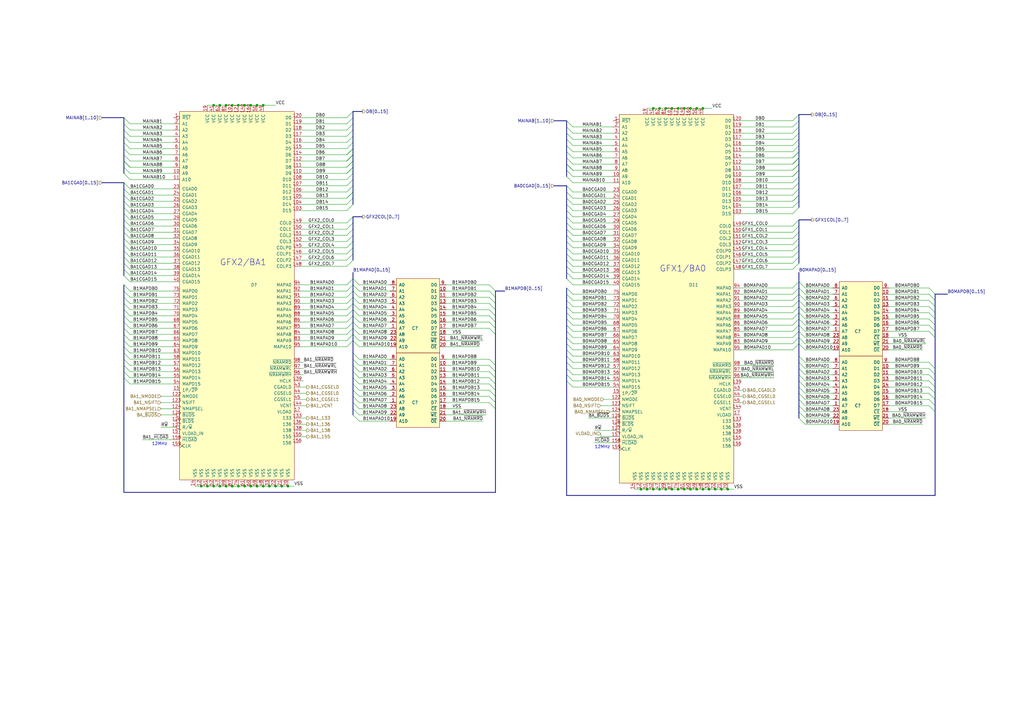
<source format=kicad_sch>
(kicad_sch (version 20211123) (generator eeschema)
  (paper "A3")
  (title_block (date "2022-03-10") (rev "José Tejada") (company "JOTEGO") (comment 1 "PCB donated by Atrac17 & DJHardRich") (comment 2 "JOTEGO") (comment 3 "https://www.paypal.com/paypalme/topapate") (comment 4 "https://www.patreon.com/topapate"))
  (junction (at 275.59 44.45))
  (junction (at 100.33 43.18))
  (junction (at 285.75 44.45))
  (junction (at 288.29 200.66))
  (junction (at 102.87 43.18))
  (junction (at 92.71 43.18))
  (junction (at 273.05 200.66))
  (junction (at 97.79 199.39))
  (junction (at 90.17 43.18))
  (junction (at 97.79 43.18))
  (junction (at 267.97 44.45))
  (junction (at 87.63 199.39))
  (junction (at 102.87 199.39))
  (junction (at 95.25 43.18))
  (junction (at 118.11 199.39))
  (junction (at 280.67 44.45))
  (junction (at 82.55 199.39))
  (junction (at 283.21 44.45))
  (junction (at 92.71 199.39))
  (junction (at 278.13 200.66))
  (junction (at 115.57 199.39))
  (junction (at 110.49 199.39))
  (junction (at 285.75 200.66))
  (junction (at 85.09 199.39))
  (junction (at 90.17 199.39))
  (junction (at 275.59 200.66))
  (junction (at 283.21 200.66))
  (junction (at 95.25 199.39))
  (junction (at 105.41 43.18))
  (junction (at 270.51 200.66))
  (junction (at 295.91 200.66))
  (junction (at 288.29 44.45))
  (junction (at 87.63 43.18))
  (junction (at 105.41 199.39))
  (junction (at 113.03 199.39))
  (junction (at 262.89 200.66))
  (junction (at 265.43 200.66))
  (junction (at 290.83 200.66))
  (junction (at 100.33 199.39))
  (junction (at 278.13 44.45))
  (junction (at 293.37 200.66))
  (junction (at 107.95 43.18))
  (junction (at 270.51 44.45))
  (junction (at 267.97 200.66))
  (junction (at 273.05 44.45))
  (junction (at 280.67 200.66))
  (junction (at 107.95 199.39))
  (junction (at 298.45 200.66))
  (bus_entry (at 325.12 128.27) (size 2.54 -2.54))
  (bus_entry (at 232.41 78.74) (size 2.54 2.54))
  (bus_entry (at 53.34 147.32) (size -2.54 -2.54))
  (bus_entry (at 142.24 142.24) (size 2.54 -2.54))
  (bus_entry (at 383.54 163.83) (size -2.54 -2.54))
  (bus_entry (at 325.12 133.35) (size 2.54 -2.54))
  (bus_entry (at 203.2 121.92) (size -2.54 -2.54))
  (bus_entry (at 203.2 157.48) (size -2.54 -2.54))
  (bus_entry (at 234.95 135.89) (size -2.54 -2.54))
  (bus_entry (at 144.78 63.5) (size -2.54 2.54))
  (bus_entry (at 203.2 152.4) (size -2.54 -2.54))
  (bus_entry (at 142.24 109.22) (size 2.54 -2.54))
  (bus_entry (at 144.78 68.58) (size -2.54 2.54))
  (bus_entry (at 327.66 158.75) (size 2.54 2.54))
  (bus_entry (at 325.12 123.19) (size 2.54 -2.54))
  (bus_entry (at 53.34 121.92) (size -2.54 -2.54))
  (bus_entry (at 327.66 115.57) (size 2.54 2.54))
  (bus_entry (at 144.78 114.3) (size 2.54 2.54))
  (bus_entry (at 327.66 62.23) (size -2.54 2.54))
  (bus_entry (at 144.78 116.84) (size 2.54 2.54))
  (bus_entry (at 50.8 68.58) (size 2.54 2.54))
  (bus_entry (at 144.78 55.88) (size -2.54 2.54))
  (bus_entry (at 144.78 170.18) (size 2.54 2.54))
  (bus_entry (at 142.24 104.14) (size 2.54 -2.54))
  (bus_entry (at 203.2 149.86) (size -2.54 -2.54))
  (bus_entry (at 50.8 100.33) (size 2.54 2.54))
  (bus_entry (at 203.2 154.94) (size -2.54 -2.54))
  (bus_entry (at 232.41 83.82) (size 2.54 2.54))
  (bus_entry (at 327.66 49.53) (size -2.54 2.54))
  (bus_entry (at 383.54 125.73) (size -2.54 -2.54))
  (bus_entry (at 50.8 66.04) (size 2.54 2.54))
  (bus_entry (at 144.78 63.5) (size -2.54 2.54))
  (bus_entry (at 325.12 120.65) (size 2.54 -2.54))
  (bus_entry (at 232.41 76.2) (size 2.54 2.54))
  (bus_entry (at 327.66 168.91) (size 2.54 2.54))
  (bus_entry (at 232.41 93.98) (size 2.54 2.54))
  (bus_entry (at 327.66 148.59) (size 2.54 2.54))
  (bus_entry (at 325.12 105.41) (size 2.54 -2.54))
  (bus_entry (at 142.24 106.68) (size 2.54 -2.54))
  (bus_entry (at 144.78 53.34) (size -2.54 2.54))
  (bus_entry (at 325.12 92.71) (size 2.54 -2.54))
  (bus_entry (at 142.24 129.54) (size 2.54 -2.54))
  (bus_entry (at 50.8 82.55) (size 2.54 2.54))
  (bus_entry (at 50.8 113.03) (size 2.54 2.54))
  (bus_entry (at 327.66 59.69) (size -2.54 2.54))
  (bus_entry (at 203.2 119.38) (size -2.54 -2.54))
  (bus_entry (at 327.66 151.13) (size 2.54 2.54))
  (bus_entry (at 325.12 138.43) (size 2.54 -2.54))
  (bus_entry (at 50.8 71.12) (size 2.54 2.54))
  (bus_entry (at 327.66 57.15) (size -2.54 2.54))
  (bus_entry (at 325.12 140.97) (size 2.54 -2.54))
  (bus_entry (at 383.54 135.89) (size -2.54 -2.54))
  (bus_entry (at 142.24 127) (size 2.54 -2.54))
  (bus_entry (at 327.66 120.65) (size 2.54 2.54))
  (bus_entry (at 50.8 50.8) (size 2.54 2.54))
  (bus_entry (at 327.66 69.85) (size -2.54 2.54))
  (bus_entry (at 144.78 76.2) (size -2.54 2.54))
  (bus_entry (at 53.34 149.86) (size -2.54 -2.54))
  (bus_entry (at 144.78 157.48) (size 2.54 2.54))
  (bus_entry (at 50.8 63.5) (size 2.54 2.54))
  (bus_entry (at 144.78 121.92) (size 2.54 2.54))
  (bus_entry (at 144.78 66.04) (size -2.54 2.54))
  (bus_entry (at 142.24 91.44) (size 2.54 -2.54))
  (bus_entry (at 144.78 124.46) (size 2.54 2.54))
  (bus_entry (at 232.41 72.39) (size 2.54 2.54))
  (bus_entry (at 203.2 162.56) (size -2.54 -2.54))
  (bus_entry (at 232.41 88.9) (size 2.54 2.54))
  (bus_entry (at 232.41 109.22) (size 2.54 2.54))
  (bus_entry (at 144.78 160.02) (size 2.54 2.54))
  (bus_entry (at 234.95 123.19) (size -2.54 -2.54))
  (bus_entry (at 383.54 123.19) (size -2.54 -2.54))
  (bus_entry (at 144.78 58.42) (size -2.54 2.54))
  (bus_entry (at 325.12 118.11) (size 2.54 -2.54))
  (bus_entry (at 50.8 90.17) (size 2.54 2.54))
  (bus_entry (at 327.66 161.29) (size 2.54 2.54))
  (bus_entry (at 232.41 104.14) (size 2.54 2.54))
  (bus_entry (at 144.78 48.26) (size -2.54 2.54))
  (bus_entry (at 232.41 57.15) (size 2.54 2.54))
  (bus_entry (at 325.12 97.79) (size 2.54 -2.54))
  (bus_entry (at 50.8 66.04) (size 2.54 2.54))
  (bus_entry (at 144.78 81.28) (size -2.54 2.54))
  (bus_entry (at 234.95 128.27) (size -2.54 -2.54))
  (bus_entry (at 325.12 102.87) (size 2.54 -2.54))
  (bus_entry (at 144.78 68.58) (size -2.54 2.54))
  (bus_entry (at 144.78 45.72) (size -2.54 2.54))
  (bus_entry (at 142.24 124.46) (size 2.54 -2.54))
  (bus_entry (at 53.34 152.4) (size -2.54 -2.54))
  (bus_entry (at 383.54 133.35) (size -2.54 -2.54))
  (bus_entry (at 144.78 78.74) (size -2.54 2.54))
  (bus_entry (at 50.8 102.87) (size 2.54 2.54))
  (bus_entry (at 53.34 144.78) (size -2.54 -2.54))
  (bus_entry (at 142.24 101.6) (size 2.54 -2.54))
  (bus_entry (at 234.95 146.05) (size -2.54 -2.54))
  (bus_entry (at 50.8 85.09) (size 2.54 2.54))
  (bus_entry (at 50.8 60.96) (size 2.54 2.54))
  (bus_entry (at 53.34 132.08) (size -2.54 -2.54))
  (bus_entry (at 144.78 119.38) (size 2.54 2.54))
  (bus_entry (at 234.95 158.75) (size -2.54 -2.54))
  (bus_entry (at 53.34 129.54) (size -2.54 -2.54))
  (bus_entry (at 50.8 110.49) (size 2.54 2.54))
  (bus_entry (at 232.41 106.68) (size 2.54 2.54))
  (bus_entry (at 142.24 132.08) (size 2.54 -2.54))
  (bus_entry (at 325.12 125.73) (size 2.54 -2.54))
  (bus_entry (at 234.95 125.73) (size -2.54 -2.54))
  (bus_entry (at 144.78 134.62) (size 2.54 2.54))
  (bus_entry (at 203.2 132.08) (size -2.54 -2.54))
  (bus_entry (at 327.66 52.07) (size -2.54 2.54))
  (bus_entry (at 144.78 50.8) (size -2.54 2.54))
  (bus_entry (at 383.54 156.21) (size -2.54 -2.54))
  (bus_entry (at 144.78 139.7) (size 2.54 2.54))
  (bus_entry (at 327.66 64.77) (size -2.54 2.54))
  (bus_entry (at 50.8 92.71) (size 2.54 2.54))
  (bus_entry (at 327.66 163.83) (size 2.54 2.54))
  (bus_entry (at 232.41 91.44) (size 2.54 2.54))
  (bus_entry (at 325.12 130.81) (size 2.54 -2.54))
  (bus_entry (at 327.66 128.27) (size 2.54 2.54))
  (bus_entry (at 142.24 96.52) (size 2.54 -2.54))
  (bus_entry (at 144.78 63.5) (size -2.54 2.54))
  (bus_entry (at 327.66 153.67) (size 2.54 2.54))
  (bus_entry (at 142.24 116.84) (size 2.54 -2.54))
  (bus_entry (at 234.95 120.65) (size -2.54 -2.54))
  (bus_entry (at 234.95 156.21) (size -2.54 -2.54))
  (bus_entry (at 144.78 152.4) (size 2.54 2.54))
  (bus_entry (at 232.41 62.23) (size 2.54 2.54))
  (bus_entry (at 232.41 111.76) (size 2.54 2.54))
  (bus_entry (at 327.66 67.31) (size -2.54 2.54))
  (bus_entry (at 327.66 54.61) (size -2.54 2.54))
  (bus_entry (at 234.95 133.35) (size -2.54 -2.54))
  (bus_entry (at 144.78 60.96) (size -2.54 2.54))
  (bus_entry (at 144.78 167.64) (size 2.54 2.54))
  (bus_entry (at 144.78 162.56) (size 2.54 2.54))
  (bus_entry (at 327.66 140.97) (size 2.54 2.54))
  (bus_entry (at 232.41 101.6) (size 2.54 2.54))
  (bus_entry (at 325.12 95.25) (size 2.54 -2.54))
  (bus_entry (at 144.78 127) (size 2.54 2.54))
  (bus_entry (at 327.66 133.35) (size 2.54 2.54))
  (bus_entry (at 327.66 69.85) (size -2.54 2.54))
  (bus_entry (at 142.24 99.06) (size 2.54 -2.54))
  (bus_entry (at 144.78 137.16) (size 2.54 2.54))
  (bus_entry (at 53.34 142.24) (size -2.54 -2.54))
  (bus_entry (at 203.2 137.16) (size -2.54 -2.54))
  (bus_entry (at 50.8 80.01) (size 2.54 2.54))
  (bus_entry (at 203.2 127) (size -2.54 -2.54))
  (bus_entry (at 203.2 165.1) (size -2.54 -2.54))
  (bus_entry (at 232.41 54.61) (size 2.54 2.54))
  (bus_entry (at 232.41 52.07) (size 2.54 2.54))
  (bus_entry (at 325.12 143.51) (size 2.54 -2.54))
  (bus_entry (at 325.12 135.89) (size 2.54 -2.54))
  (bus_entry (at 325.12 100.33) (size 2.54 -2.54))
  (bus_entry (at 50.8 107.95) (size 2.54 2.54))
  (bus_entry (at 383.54 151.13) (size -2.54 -2.54))
  (bus_entry (at 232.41 49.53) (size 2.54 2.54))
  (bus_entry (at 50.8 95.25) (size 2.54 2.54))
  (bus_entry (at 50.8 58.42) (size 2.54 2.54))
  (bus_entry (at 50.8 97.79) (size 2.54 2.54))
  (bus_entry (at 327.66 138.43) (size 2.54 2.54))
  (bus_entry (at 327.66 118.11) (size 2.54 2.54))
  (bus_entry (at 144.78 73.66) (size -2.54 2.54))
  (bus_entry (at 50.8 53.34) (size 2.54 2.54))
  (bus_entry (at 327.66 64.77) (size -2.54 2.54))
  (bus_entry (at 53.34 134.62) (size -2.54 -2.54))
  (bus_entry (at 232.41 69.85) (size 2.54 2.54))
  (bus_entry (at 325.12 110.49) (size 2.54 -2.54))
  (bus_entry (at 53.34 119.38) (size -2.54 -2.54))
  (bus_entry (at 234.95 153.67) (size -2.54 -2.54))
  (bus_entry (at 142.24 121.92) (size 2.54 -2.54))
  (bus_entry (at 50.8 48.26) (size 2.54 2.54))
  (bus_entry (at 50.8 55.88) (size 2.54 2.54))
  (bus_entry (at 327.66 166.37) (size 2.54 2.54))
  (bus_entry (at 232.41 64.77) (size 2.54 2.54))
  (bus_entry (at 203.2 167.64) (size -2.54 -2.54))
  (bus_entry (at 53.34 137.16) (size -2.54 -2.54))
  (bus_entry (at 50.8 105.41) (size 2.54 2.54))
  (bus_entry (at 234.95 140.97) (size -2.54 -2.54))
  (bus_entry (at 53.34 139.7) (size -2.54 -2.54))
  (bus_entry (at 383.54 168.91) (size -2.54 -2.54))
  (bus_entry (at 53.34 124.46) (size -2.54 -2.54))
  (bus_entry (at 144.78 66.04) (size -2.54 2.54))
  (bus_entry (at 144.78 60.96) (size -2.54 2.54))
  (bus_entry (at 232.41 99.06) (size 2.54 2.54))
  (bus_entry (at 232.41 114.3) (size 2.54 2.54))
  (bus_entry (at 144.78 147.32) (size 2.54 2.54))
  (bus_entry (at 232.41 81.28) (size 2.54 2.54))
  (bus_entry (at 144.78 154.94) (size 2.54 2.54))
  (bus_entry (at 144.78 132.08) (size 2.54 2.54))
  (bus_entry (at 327.66 62.23) (size -2.54 2.54))
  (bus_entry (at 203.2 129.54) (size -2.54 -2.54))
  (bus_entry (at 327.66 64.77) (size -2.54 2.54))
  (bus_entry (at 383.54 130.81) (size -2.54 -2.54))
  (bus_entry (at 383.54 161.29) (size -2.54 -2.54))
  (bus_entry (at 325.12 107.95) (size 2.54 -2.54))
  (bus_entry (at 144.78 144.78) (size 2.54 2.54))
  (bus_entry (at 142.24 119.38) (size 2.54 -2.54))
  (bus_entry (at 327.66 46.99) (size -2.54 2.54))
  (bus_entry (at 53.34 127) (size -2.54 -2.54))
  (bus_entry (at 144.78 78.74) (size -2.54 2.54))
  (bus_entry (at 53.34 157.48) (size -2.54 -2.54))
  (bus_entry (at 50.8 74.93) (size 2.54 2.54))
  (bus_entry (at 144.78 149.86) (size 2.54 2.54))
  (bus_entry (at 383.54 128.27) (size -2.54 -2.54))
  (bus_entry (at 383.54 166.37) (size -2.54 -2.54))
  (bus_entry (at 144.78 83.82) (size -2.54 2.54))
  (bus_entry (at 203.2 134.62) (size -2.54 -2.54))
  (bus_entry (at 383.54 138.43) (size -2.54 -2.54))
  (bus_entry (at 53.34 154.94) (size -2.54 -2.54))
  (bus_entry (at 50.8 87.63) (size 2.54 2.54))
  (bus_entry (at 327.66 125.73) (size 2.54 2.54))
  (bus_entry (at 327.66 80.01) (size -2.54 2.54))
  (bus_entry (at 327.66 85.09) (size -2.54 2.54))
  (bus_entry (at 144.78 129.54) (size 2.54 2.54))
  (bus_entry (at 383.54 158.75) (size -2.54 -2.54))
  (bus_entry (at 203.2 124.46) (size -2.54 -2.54))
  (bus_entry (at 142.24 134.62) (size 2.54 -2.54))
  (bus_entry (at 232.41 86.36) (size 2.54 2.54))
  (bus_entry (at 383.54 153.67) (size -2.54 -2.54))
  (bus_entry (at 144.78 165.1) (size 2.54 2.54))
  (bus_entry (at 327.66 123.19) (size 2.54 2.54))
  (bus_entry (at 234.95 143.51) (size -2.54 -2.54))
  (bus_entry (at 232.41 67.31) (size 2.54 2.54))
  (bus_entry (at 327.66 77.47) (size -2.54 2.54))
  (bus_entry (at 327.66 82.55) (size -2.54 2.54))
  (bus_entry (at 234.95 138.43) (size -2.54 -2.54))
  (bus_entry (at 327.66 74.93) (size -2.54 2.54))
  (bus_entry (at 142.24 137.16) (size 2.54 -2.54))
  (bus_entry (at 142.24 139.7) (size 2.54 -2.54))
  (bus_entry (at 327.66 171.45) (size 2.54 2.54))
  (bus_entry (at 327.66 67.31) (size -2.54 2.54))
  (bus_entry (at 142.24 93.98) (size 2.54 -2.54))
  (bus_entry (at 327.66 146.05) (size 2.54 2.54))
  (bus_entry (at 234.95 151.13) (size -2.54 -2.54))
  (bus_entry (at 234.95 148.59) (size -2.54 -2.54))
  (bus_entry (at 232.41 59.69) (size 2.54 2.54))
  (bus_entry (at 144.78 71.12) (size -2.54 2.54))
  (bus_entry (at 203.2 160.02) (size -2.54 -2.54))
  (bus_entry (at 383.54 120.65) (size -2.54 -2.54))
  (bus_entry (at 232.41 67.31) (size 2.54 2.54))
  (bus_entry (at 232.41 96.52) (size 2.54 2.54))
  (bus_entry (at 327.66 80.01) (size -2.54 2.54))
  (bus_entry (at 50.8 77.47) (size 2.54 2.54))
  (bus_entry (at 327.66 72.39) (size -2.54 2.54))
  (bus_entry (at 327.66 156.21) (size 2.54 2.54))
  (bus_entry (at 327.66 135.89) (size 2.54 2.54))
  (bus_entry (at 234.95 130.81) (size -2.54 -2.54))
  (bus_entry (at 327.66 130.81) (size 2.54 2.54))
  (bus (pts (xy 232.41 146.05) (xy 232.41 148.59)))
  (wire (pts (xy 381 125.73) (xy 364.49 125.73)))
  (wire (pts (xy 124.46 148.59) (xy 123.19 148.59)))
  (wire (pts (xy 142.24 60.96) (xy 123.19 60.96)))
  (bus (pts (xy 232.41 120.65) (xy 232.41 123.19)))
  (wire (pts (xy 303.53 110.49) (xy 325.12 110.49)))
  (bus (pts (xy 144.78 144.78) (xy 144.78 147.32)))
  (bus (pts (xy 144.78 104.14) (xy 144.78 106.68)))
  (wire (pts (xy 71.12 80.01) (xy 53.34 80.01)))
  (bus (pts (xy 327.66 105.41) (xy 327.66 107.95)))
  (wire (pts (xy 147.32 165.1) (xy 160.02 165.1)))
  (wire (pts (xy 53.34 60.96) (xy 71.12 60.96)))
  (wire (pts (xy 53.34 144.78) (xy 71.12 144.78)))
  (wire (pts (xy 379.73 171.45) (xy 364.49 171.45)))
  (bus (pts (xy 232.41 81.28) (xy 232.41 83.82)))
  (bus (pts (xy 50.8 119.38) (xy 50.8 121.92)))
  (wire (pts (xy 53.34 119.38) (xy 71.12 119.38)))
  (bus (pts (xy 50.8 66.04) (xy 50.8 68.58)))
  (wire (pts (xy 381 163.83) (xy 364.49 163.83)))
  (wire (pts (xy 182.88 172.72) (xy 198.12 172.72)))
  (wire (pts (xy 105.41 199.39) (xy 107.95 199.39)))
  (wire (pts (xy 330.2 173.99) (xy 341.63 173.99)))
  (bus (pts (xy 383.54 138.43) (xy 383.54 151.13)))
  (wire (pts (xy 246.38 179.07) (xy 251.46 179.07)))
  (bus (pts (xy 232.41 76.2) (xy 227.33 76.2)))
  (bus (pts (xy 232.41 106.68) (xy 232.41 109.22)))
  (wire (pts (xy 378.46 143.51) (xy 364.49 143.51)))
  (bus (pts (xy 232.41 104.14) (xy 232.41 106.68)))
  (wire (pts (xy 182.88 129.54) (xy 200.66 129.54)))
  (bus (pts (xy 327.66 158.75) (xy 327.66 161.29)))
  (wire (pts (xy 142.24 73.66) (xy 123.19 73.66)))
  (wire (pts (xy 330.2 166.37) (xy 341.63 166.37)))
  (bus (pts (xy 383.54 163.83) (xy 383.54 166.37)))
  (bus (pts (xy 144.78 78.74) (xy 144.78 81.28)))
  (bus (pts (xy 50.8 132.08) (xy 50.8 134.62)))
  (bus (pts (xy 144.78 147.32) (xy 144.78 149.86)))
  (wire (pts (xy 251.46 59.69) (xy 234.95 59.69)))
  (wire (pts (xy 123.19 158.75) (xy 125.73 158.75)))
  (wire (pts (xy 123.19 83.82) (xy 142.24 83.82)))
  (wire (pts (xy 123.19 124.46) (xy 142.24 124.46)))
  (bus (pts (xy 327.66 77.47) (xy 327.66 80.01)))
  (wire (pts (xy 82.55 199.39) (xy 85.09 199.39)))
  (wire (pts (xy 303.53 95.25) (xy 325.12 95.25)))
  (bus (pts (xy 50.8 95.25) (xy 50.8 97.79)))
  (bus (pts (xy 327.66 156.21) (xy 327.66 158.75)))
  (bus (pts (xy 203.2 167.64) (xy 203.2 201.93)))
  (bus (pts (xy 232.41 64.77) (xy 232.41 67.31)))
  (wire (pts (xy 85.09 43.18) (xy 87.63 43.18)))
  (wire (pts (xy 182.88 152.4) (xy 200.66 152.4)))
  (bus (pts (xy 203.2 152.4) (xy 203.2 154.94)))
  (wire (pts (xy 147.32 147.32) (xy 160.02 147.32)))
  (wire (pts (xy 283.21 200.66) (xy 280.67 200.66)))
  (wire (pts (xy 372.11 168.91) (xy 364.49 168.91)))
  (wire (pts (xy 53.34 142.24) (xy 71.12 142.24)))
  (wire (pts (xy 107.95 43.18) (xy 105.41 43.18)))
  (bus (pts (xy 232.41 101.6) (xy 232.41 104.14)))
  (wire (pts (xy 288.29 200.66) (xy 285.75 200.66)))
  (wire (pts (xy 123.19 55.88) (xy 142.24 55.88)))
  (wire (pts (xy 71.12 85.09) (xy 53.34 85.09)))
  (bus (pts (xy 232.41 78.74) (xy 232.41 81.28)))
  (bus (pts (xy 50.8 74.93) (xy 50.8 77.47)))
  (wire (pts (xy 381 130.81) (xy 364.49 130.81)))
  (bus (pts (xy 232.41 96.52) (xy 232.41 99.06)))
  (wire (pts (xy 124.46 156.21) (xy 123.19 156.21)))
  (wire (pts (xy 234.95 74.93) (xy 251.46 74.93)))
  (wire (pts (xy 330.2 156.21) (xy 341.63 156.21)))
  (bus (pts (xy 232.41 151.13) (xy 232.41 153.67)))
  (bus (pts (xy 327.66 97.79) (xy 327.66 100.33)))
  (wire (pts (xy 142.24 76.2) (xy 123.19 76.2)))
  (wire (pts (xy 182.88 157.48) (xy 200.66 157.48)))
  (bus (pts (xy 50.8 100.33) (xy 50.8 102.87)))
  (wire (pts (xy 53.34 66.04) (xy 71.12 66.04)))
  (wire (pts (xy 303.53 140.97) (xy 325.12 140.97)))
  (bus (pts (xy 232.41 57.15) (xy 232.41 59.69)))
  (bus (pts (xy 383.54 161.29) (xy 383.54 163.83)))
  (wire (pts (xy 123.19 116.84) (xy 142.24 116.84)))
  (wire (pts (xy 71.12 115.57) (xy 53.34 115.57)))
  (wire (pts (xy 66.04 165.1) (xy 71.12 165.1)))
  (wire (pts (xy 147.32 170.18) (xy 160.02 170.18)))
  (wire (pts (xy 142.24 53.34) (xy 123.19 53.34)))
  (wire (pts (xy 123.19 137.16) (xy 142.24 137.16)))
  (wire (pts (xy 251.46 133.35) (xy 234.95 133.35)))
  (bus (pts (xy 144.78 45.72) (xy 144.78 48.26)))
  (wire (pts (xy 66.04 175.26) (xy 71.12 175.26)))
  (wire (pts (xy 113.03 199.39) (xy 115.57 199.39)))
  (wire (pts (xy 381 153.67) (xy 364.49 153.67)))
  (wire (pts (xy 325.12 67.31) (xy 303.53 67.31)))
  (wire (pts (xy 53.34 157.48) (xy 71.12 157.48)))
  (wire (pts (xy 285.75 44.45) (xy 283.21 44.45)))
  (bus (pts (xy 327.66 95.25) (xy 327.66 97.79)))
  (bus (pts (xy 144.78 132.08) (xy 144.78 134.62)))
  (wire (pts (xy 330.2 138.43) (xy 341.63 138.43)))
  (wire (pts (xy 325.12 54.61) (xy 303.53 54.61)))
  (wire (pts (xy 278.13 44.45) (xy 275.59 44.45)))
  (wire (pts (xy 123.19 153.67) (xy 124.46 153.67)))
  (wire (pts (xy 234.95 96.52) (xy 251.46 96.52)))
  (wire (pts (xy 147.32 172.72) (xy 160.02 172.72)))
  (wire (pts (xy 288.29 44.45) (xy 292.1 44.45)))
  (wire (pts (xy 283.21 44.45) (xy 280.67 44.45)))
  (bus (pts (xy 144.78 167.64) (xy 144.78 170.18)))
  (wire (pts (xy 142.24 86.36) (xy 123.19 86.36)))
  (bus (pts (xy 327.66 138.43) (xy 327.66 140.97)))
  (bus (pts (xy 327.66 130.81) (xy 327.66 133.35)))
  (bus (pts (xy 144.78 137.16) (xy 144.78 139.7)))
  (wire (pts (xy 142.24 78.74) (xy 123.19 78.74)))
  (wire (pts (xy 53.34 134.62) (xy 71.12 134.62)))
  (bus (pts (xy 144.78 55.88) (xy 144.78 58.42)))
  (wire (pts (xy 147.32 121.92) (xy 160.02 121.92)))
  (wire (pts (xy 147.32 127) (xy 160.02 127)))
  (bus (pts (xy 232.41 118.11) (xy 232.41 120.65)))
  (wire (pts (xy 53.34 63.5) (xy 71.12 63.5)))
  (bus (pts (xy 144.78 119.38) (xy 144.78 121.92)))
  (bus (pts (xy 327.66 102.87) (xy 327.66 105.41)))
  (bus (pts (xy 144.78 157.48) (xy 144.78 160.02)))
  (bus (pts (xy 50.8 102.87) (xy 50.8 105.41)))
  (wire (pts (xy 303.53 138.43) (xy 325.12 138.43)))
  (wire (pts (xy 280.67 200.66) (xy 278.13 200.66)))
  (wire (pts (xy 53.34 137.16) (xy 71.12 137.16)))
  (wire (pts (xy 53.34 55.88) (xy 71.12 55.88)))
  (bus (pts (xy 50.8 80.01) (xy 50.8 82.55)))
  (wire (pts (xy 97.79 199.39) (xy 100.33 199.39)))
  (wire (pts (xy 123.19 119.38) (xy 142.24 119.38)))
  (bus (pts (xy 327.66 146.05) (xy 327.66 148.59)))
  (wire (pts (xy 107.95 43.18) (xy 113.03 43.18)))
  (wire (pts (xy 53.34 147.32) (xy 71.12 147.32)))
  (bus (pts (xy 203.2 157.48) (xy 203.2 160.02)))
  (bus (pts (xy 144.78 129.54) (xy 144.78 132.08)))
  (wire (pts (xy 123.19 121.92) (xy 142.24 121.92)))
  (bus (pts (xy 327.66 118.11) (xy 327.66 120.65)))
  (bus (pts (xy 327.66 120.65) (xy 327.66 123.19)))
  (bus (pts (xy 144.78 149.86) (xy 144.78 152.4)))
  (wire (pts (xy 66.04 170.18) (xy 71.12 170.18)))
  (bus (pts (xy 327.66 163.83) (xy 327.66 166.37)))
  (wire (pts (xy 330.2 135.89) (xy 341.63 135.89)))
  (bus (pts (xy 232.41 138.43) (xy 232.41 140.97)))
  (bus (pts (xy 383.54 120.65) (xy 383.54 123.19)))
  (wire (pts (xy 251.46 125.73) (xy 234.95 125.73)))
  (wire (pts (xy 100.33 43.18) (xy 97.79 43.18)))
  (wire (pts (xy 251.46 120.65) (xy 234.95 120.65)))
  (wire (pts (xy 71.12 102.87) (xy 53.34 102.87)))
  (bus (pts (xy 144.78 162.56) (xy 144.78 165.1)))
  (wire (pts (xy 85.09 199.39) (xy 87.63 199.39)))
  (wire (pts (xy 251.46 72.39) (xy 234.95 72.39)))
  (wire (pts (xy 123.19 93.98) (xy 142.24 93.98)))
  (wire (pts (xy 280.67 44.45) (xy 278.13 44.45)))
  (wire (pts (xy 381 151.13) (xy 364.49 151.13)))
  (wire (pts (xy 182.88 132.08) (xy 200.66 132.08)))
  (bus (pts (xy 50.8 121.92) (xy 50.8 124.46)))
  (wire (pts (xy 147.32 116.84) (xy 160.02 116.84)))
  (wire (pts (xy 250.19 168.91) (xy 251.46 168.91)))
  (bus (pts (xy 232.41 156.21) (xy 232.41 203.2)))
  (wire (pts (xy 234.95 81.28) (xy 251.46 81.28)))
  (bus (pts (xy 50.8 134.62) (xy 50.8 137.16)))
  (bus (pts (xy 50.8 110.49) (xy 50.8 113.03)))
  (wire (pts (xy 275.59 44.45) (xy 273.05 44.45)))
  (wire (pts (xy 147.32 149.86) (xy 160.02 149.86)))
  (wire (pts (xy 295.91 200.66) (xy 293.37 200.66)))
  (bus (pts (xy 144.78 50.8) (xy 144.78 53.34)))
  (wire (pts (xy 330.2 168.91) (xy 341.63 168.91)))
  (wire (pts (xy 303.53 100.33) (xy 325.12 100.33)))
  (wire (pts (xy 381 158.75) (xy 364.49 158.75)))
  (bus (pts (xy 327.66 52.07) (xy 327.66 54.61)))
  (bus (pts (xy 203.2 160.02) (xy 203.2 162.56)))
  (bus (pts (xy 327.66 151.13) (xy 327.66 153.67)))
  (wire (pts (xy 290.83 200.66) (xy 288.29 200.66)))
  (wire (pts (xy 71.12 95.25) (xy 53.34 95.25)))
  (wire (pts (xy 53.34 152.4) (xy 71.12 152.4)))
  (bus (pts (xy 144.78 71.12) (xy 144.78 73.66)))
  (bus (pts (xy 50.8 50.8) (xy 50.8 53.34)))
  (wire (pts (xy 381 123.19) (xy 364.49 123.19)))
  (bus (pts (xy 232.41 93.98) (xy 232.41 96.52)))
  (wire (pts (xy 234.95 83.82) (xy 251.46 83.82)))
  (wire (pts (xy 71.12 92.71) (xy 53.34 92.71)))
  (bus (pts (xy 203.2 132.08) (xy 203.2 134.62)))
  (wire (pts (xy 330.2 163.83) (xy 341.63 163.83)))
  (wire (pts (xy 303.53 85.09) (xy 325.12 85.09)))
  (bus (pts (xy 50.8 142.24) (xy 50.8 144.78)))
  (bus (pts (xy 327.66 92.71) (xy 327.66 95.25)))
  (bus (pts (xy 383.54 128.27) (xy 383.54 130.81)))
  (wire (pts (xy 234.95 93.98) (xy 251.46 93.98)))
  (bus (pts (xy 50.8 107.95) (xy 50.8 110.49)))
  (bus (pts (xy 203.2 124.46) (xy 203.2 127)))
  (wire (pts (xy 142.24 50.8) (xy 123.19 50.8)))
  (wire (pts (xy 325.12 64.77) (xy 303.53 64.77)))
  (wire (pts (xy 147.32 124.46) (xy 160.02 124.46)))
  (wire (pts (xy 53.34 124.46) (xy 71.12 124.46)))
  (wire (pts (xy 71.12 90.17) (xy 53.34 90.17)))
  (wire (pts (xy 182.88 160.02) (xy 200.66 160.02)))
  (wire (pts (xy 107.95 199.39) (xy 110.49 199.39)))
  (bus (pts (xy 203.2 119.38) (xy 203.2 121.92)))
  (wire (pts (xy 198.12 139.7) (xy 182.88 139.7)))
  (wire (pts (xy 182.88 154.94) (xy 200.66 154.94)))
  (wire (pts (xy 381 120.65) (xy 364.49 120.65)))
  (wire (pts (xy 147.32 132.08) (xy 160.02 132.08)))
  (bus (pts (xy 327.66 69.85) (xy 327.66 72.39)))
  (wire (pts (xy 293.37 200.66) (xy 290.83 200.66)))
  (wire (pts (xy 234.95 64.77) (xy 251.46 64.77)))
  (bus (pts (xy 148.59 45.72) (xy 144.78 45.72)))
  (wire (pts (xy 330.2 143.51) (xy 341.63 143.51)))
  (wire (pts (xy 100.33 199.39) (xy 102.87 199.39)))
  (wire (pts (xy 330.2 128.27) (xy 341.63 128.27)))
  (wire (pts (xy 147.32 119.38) (xy 160.02 119.38)))
  (bus (pts (xy 144.78 116.84) (xy 144.78 119.38)))
  (wire (pts (xy 142.24 48.26) (xy 123.19 48.26)))
  (bus (pts (xy 232.41 111.76) (xy 232.41 114.3)))
  (bus (pts (xy 232.41 69.85) (xy 232.41 72.39)))
  (bus (pts (xy 50.8 154.94) (xy 50.8 201.93)))
  (wire (pts (xy 182.88 162.56) (xy 200.66 162.56)))
  (bus (pts (xy 144.78 63.5) (xy 144.78 66.04)))
  (bus (pts (xy 207.01 119.38) (xy 203.2 119.38)))
  (bus (pts (xy 144.78 111.76) (xy 144.78 114.3)))
  (wire (pts (xy 123.19 129.54) (xy 142.24 129.54)))
  (wire (pts (xy 251.46 140.97) (xy 234.95 140.97)))
  (bus (pts (xy 327.66 161.29) (xy 327.66 163.83)))
  (bus (pts (xy 50.8 58.42) (xy 50.8 60.96)))
  (wire (pts (xy 123.19 68.58) (xy 142.24 68.58)))
  (wire (pts (xy 53.34 129.54) (xy 71.12 129.54)))
  (bus (pts (xy 327.66 46.99) (xy 332.74 46.99)))
  (wire (pts (xy 234.95 86.36) (xy 251.46 86.36)))
  (wire (pts (xy 71.12 82.55) (xy 53.34 82.55)))
  (bus (pts (xy 327.66 125.73) (xy 327.66 128.27)))
  (bus (pts (xy 383.54 120.65) (xy 388.62 120.65)))
  (wire (pts (xy 234.95 67.31) (xy 251.46 67.31)))
  (wire (pts (xy 105.41 43.18) (xy 102.87 43.18)))
  (bus (pts (xy 383.54 153.67) (xy 383.54 156.21)))
  (bus (pts (xy 50.8 74.93) (xy 41.91 74.93)))
  (wire (pts (xy 246.38 166.37) (xy 251.46 166.37)))
  (wire (pts (xy 71.12 110.49) (xy 53.34 110.49)))
  (wire (pts (xy 125.73 176.53) (xy 123.19 176.53)))
  (bus (pts (xy 232.41 59.69) (xy 232.41 62.23)))
  (bus (pts (xy 327.66 49.53) (xy 327.66 52.07)))
  (wire (pts (xy 330.2 130.81) (xy 341.63 130.81)))
  (bus (pts (xy 50.8 137.16) (xy 50.8 139.7)))
  (wire (pts (xy 123.19 109.22) (xy 142.24 109.22)))
  (bus (pts (xy 383.54 133.35) (xy 383.54 135.89)))
  (bus (pts (xy 50.8 60.96) (xy 50.8 63.5)))
  (bus (pts (xy 50.8 147.32) (xy 50.8 149.86)))
  (wire (pts (xy 234.95 91.44) (xy 251.46 91.44)))
  (wire (pts (xy 303.53 123.19) (xy 325.12 123.19)))
  (wire (pts (xy 123.19 142.24) (xy 142.24 142.24)))
  (wire (pts (xy 325.12 82.55) (xy 303.53 82.55)))
  (wire (pts (xy 53.34 139.7) (xy 71.12 139.7)))
  (bus (pts (xy 327.66 90.17) (xy 327.66 92.71)))
  (bus (pts (xy 50.8 82.55) (xy 50.8 85.09)))
  (wire (pts (xy 251.46 138.43) (xy 234.95 138.43)))
  (wire (pts (xy 95.25 43.18) (xy 92.71 43.18)))
  (wire (pts (xy 381 156.21) (xy 364.49 156.21)))
  (wire (pts (xy 125.73 163.83) (xy 123.19 163.83)))
  (wire (pts (xy 273.05 44.45) (xy 270.51 44.45)))
  (bus (pts (xy 41.91 48.26) (xy 50.8 48.26)))
  (wire (pts (xy 71.12 105.41) (xy 53.34 105.41)))
  (bus (pts (xy 50.8 90.17) (xy 50.8 92.71)))
  (bus (pts (xy 50.8 124.46) (xy 50.8 127)))
  (wire (pts (xy 251.46 158.75) (xy 234.95 158.75)))
  (wire (pts (xy 303.53 118.11) (xy 325.12 118.11)))
  (wire (pts (xy 53.34 73.66) (xy 71.12 73.66)))
  (bus (pts (xy 327.66 115.57) (xy 327.66 118.11)))
  (bus (pts (xy 50.8 85.09) (xy 50.8 87.63)))
  (wire (pts (xy 123.19 139.7) (xy 142.24 139.7)))
  (bus (pts (xy 227.33 49.53) (xy 232.41 49.53)))
  (wire (pts (xy 275.59 200.66) (xy 273.05 200.66)))
  (bus (pts (xy 232.41 76.2) (xy 232.41 78.74)))
  (bus (pts (xy 327.66 133.35) (xy 327.66 135.89)))
  (wire (pts (xy 265.43 44.45) (xy 267.97 44.45)))
  (wire (pts (xy 182.88 124.46) (xy 200.66 124.46)))
  (bus (pts (xy 327.66 168.91) (xy 327.66 171.45)))
  (bus (pts (xy 144.78 66.04) (xy 144.78 68.58)))
  (wire (pts (xy 251.46 148.59) (xy 234.95 148.59)))
  (bus (pts (xy 327.66 67.31) (xy 327.66 69.85)))
  (wire (pts (xy 303.53 97.79) (xy 325.12 97.79)))
  (bus (pts (xy 144.78 53.34) (xy 144.78 55.88)))
  (wire (pts (xy 53.34 149.86) (xy 71.12 149.86)))
  (wire (pts (xy 123.19 132.08) (xy 142.24 132.08)))
  (bus (pts (xy 232.41 49.53) (xy 232.41 52.07)))
  (wire (pts (xy 234.95 62.23) (xy 251.46 62.23)))
  (bus (pts (xy 327.66 90.17) (xy 332.74 90.17)))
  (bus (pts (xy 232.41 135.89) (xy 232.41 138.43)))
  (bus (pts (xy 327.66 64.77) (xy 327.66 67.31)))
  (bus (pts (xy 144.78 96.52) (xy 144.78 99.06)))
  (bus (pts (xy 232.41 143.51) (xy 232.41 146.05)))
  (bus (pts (xy 232.41 153.67) (xy 232.41 156.21)))
  (wire (pts (xy 303.53 102.87) (xy 325.12 102.87)))
  (wire (pts (xy 304.8 165.1) (xy 303.53 165.1)))
  (bus (pts (xy 232.41 140.97) (xy 232.41 143.51)))
  (wire (pts (xy 234.95 106.68) (xy 251.46 106.68)))
  (wire (pts (xy 71.12 107.95) (xy 53.34 107.95)))
  (bus (pts (xy 144.78 121.92) (xy 144.78 124.46)))
  (wire (pts (xy 325.12 59.69) (xy 303.53 59.69)))
  (wire (pts (xy 325.12 72.39) (xy 303.53 72.39)))
  (wire (pts (xy 330.2 148.59) (xy 341.63 148.59)))
  (wire (pts (xy 53.34 50.8) (xy 71.12 50.8)))
  (wire (pts (xy 102.87 43.18) (xy 100.33 43.18)))
  (wire (pts (xy 251.46 153.67) (xy 234.95 153.67)))
  (wire (pts (xy 330.2 153.67) (xy 341.63 153.67)))
  (wire (pts (xy 303.53 105.41) (xy 325.12 105.41)))
  (bus (pts (xy 50.8 53.34) (xy 50.8 55.88)))
  (wire (pts (xy 53.34 154.94) (xy 71.12 154.94)))
  (wire (pts (xy 147.32 152.4) (xy 160.02 152.4)))
  (wire (pts (xy 92.71 43.18) (xy 90.17 43.18)))
  (wire (pts (xy 317.5 154.94) (xy 303.53 154.94)))
  (bus (pts (xy 148.59 88.9) (xy 144.78 88.9)))
  (wire (pts (xy 87.63 199.39) (xy 90.17 199.39)))
  (wire (pts (xy 325.12 74.93) (xy 303.53 74.93)))
  (wire (pts (xy 303.53 143.51) (xy 325.12 143.51)))
  (wire (pts (xy 325.12 87.63) (xy 303.53 87.63)))
  (wire (pts (xy 330.2 125.73) (xy 341.63 125.73)))
  (wire (pts (xy 147.32 167.64) (xy 160.02 167.64)))
  (wire (pts (xy 53.34 121.92) (xy 71.12 121.92)))
  (bus (pts (xy 232.41 67.31) (xy 232.41 69.85)))
  (wire (pts (xy 147.32 139.7) (xy 160.02 139.7)))
  (wire (pts (xy 147.32 154.94) (xy 160.02 154.94)))
  (bus (pts (xy 232.41 203.2) (xy 383.54 203.2)))
  (bus (pts (xy 383.54 125.73) (xy 383.54 128.27)))
  (wire (pts (xy 303.53 133.35) (xy 325.12 133.35)))
  (bus (pts (xy 327.66 74.93) (xy 327.66 77.47)))
  (wire (pts (xy 381 128.27) (xy 364.49 128.27)))
  (bus (pts (xy 50.8 63.5) (xy 50.8 66.04)))
  (wire (pts (xy 303.53 135.89) (xy 325.12 135.89)))
  (bus (pts (xy 203.2 149.86) (xy 203.2 152.4)))
  (bus (pts (xy 327.66 54.61) (xy 327.66 57.15)))
  (wire (pts (xy 123.19 91.44) (xy 142.24 91.44)))
  (wire (pts (xy 182.88 134.62) (xy 200.66 134.62)))
  (wire (pts (xy 298.45 200.66) (xy 295.91 200.66)))
  (wire (pts (xy 381 166.37) (xy 364.49 166.37)))
  (wire (pts (xy 199.39 170.18) (xy 182.88 170.18)))
  (bus (pts (xy 144.78 152.4) (xy 144.78 154.94)))
  (wire (pts (xy 303.53 160.02) (xy 304.8 160.02)))
  (wire (pts (xy 243.84 176.53) (xy 251.46 176.53)))
  (bus (pts (xy 327.66 140.97) (xy 327.66 146.05)))
  (wire (pts (xy 303.53 128.27) (xy 325.12 128.27)))
  (bus (pts (xy 50.8 77.47) (xy 50.8 80.01)))
  (wire (pts (xy 66.04 167.64) (xy 71.12 167.64)))
  (wire (pts (xy 123.19 151.13) (xy 124.46 151.13)))
  (bus (pts (xy 203.2 165.1) (xy 203.2 167.64)))
  (wire (pts (xy 182.88 116.84) (xy 200.66 116.84)))
  (wire (pts (xy 267.97 200.66) (xy 265.43 200.66)))
  (wire (pts (xy 247.65 163.83) (xy 251.46 163.83)))
  (wire (pts (xy 147.32 134.62) (xy 160.02 134.62)))
  (wire (pts (xy 234.95 104.14) (xy 251.46 104.14)))
  (wire (pts (xy 278.13 200.66) (xy 275.59 200.66)))
  (bus (pts (xy 50.8 149.86) (xy 50.8 152.4)))
  (wire (pts (xy 325.12 77.47) (xy 303.53 77.47)))
  (bus (pts (xy 144.78 160.02) (xy 144.78 162.56)))
  (bus (pts (xy 144.78 60.96) (xy 144.78 63.5)))
  (wire (pts (xy 234.95 116.84) (xy 251.46 116.84)))
  (wire (pts (xy 270.51 44.45) (xy 267.97 44.45)))
  (wire (pts (xy 123.19 166.37) (xy 125.73 166.37)))
  (wire (pts (xy 102.87 199.39) (xy 105.41 199.39)))
  (bus (pts (xy 232.41 54.61) (xy 232.41 57.15)))
  (wire (pts (xy 53.34 132.08) (xy 71.12 132.08)))
  (wire (pts (xy 364.49 173.99) (xy 378.46 173.99)))
  (bus (pts (xy 144.78 58.42) (xy 144.78 60.96)))
  (wire (pts (xy 123.19 99.06) (xy 142.24 99.06)))
  (wire (pts (xy 381 133.35) (xy 364.49 133.35)))
  (bus (pts (xy 327.66 111.76) (xy 327.66 115.57)))
  (bus (pts (xy 232.41 148.59) (xy 232.41 151.13)))
  (bus (pts (xy 327.66 59.69) (xy 327.66 62.23)))
  (wire (pts (xy 123.19 134.62) (xy 142.24 134.62)))
  (wire (pts (xy 71.12 113.03) (xy 53.34 113.03)))
  (bus (pts (xy 144.78 68.58) (xy 144.78 71.12)))
  (wire (pts (xy 381 135.89) (xy 364.49 135.89)))
  (bus (pts (xy 327.66 82.55) (xy 327.66 85.09)))
  (wire (pts (xy 182.88 165.1) (xy 200.66 165.1)))
  (wire (pts (xy 251.46 143.51) (xy 234.95 143.51)))
  (wire (pts (xy 118.11 199.39) (xy 120.65 199.39)))
  (wire (pts (xy 125.73 173.99) (xy 123.19 173.99)))
  (wire (pts (xy 147.32 160.02) (xy 160.02 160.02)))
  (wire (pts (xy 325.12 80.01) (xy 303.53 80.01)))
  (bus (pts (xy 144.78 93.98) (xy 144.78 96.52)))
  (wire (pts (xy 251.46 135.89) (xy 234.95 135.89)))
  (wire (pts (xy 241.3 171.45) (xy 251.46 171.45)))
  (wire (pts (xy 234.95 52.07) (xy 251.46 52.07)))
  (wire (pts (xy 234.95 88.9) (xy 251.46 88.9)))
  (bus (pts (xy 232.41 123.19) (xy 232.41 125.73)))
  (wire (pts (xy 147.32 142.24) (xy 160.02 142.24)))
  (wire (pts (xy 379.73 140.97) (xy 364.49 140.97)))
  (wire (pts (xy 234.95 57.15) (xy 251.46 57.15)))
  (bus (pts (xy 50.8 55.88) (xy 50.8 58.42)))
  (wire (pts (xy 317.5 149.86) (xy 303.53 149.86)))
  (wire (pts (xy 123.19 104.14) (xy 142.24 104.14)))
  (bus (pts (xy 50.8 144.78) (xy 50.8 147.32)))
  (wire (pts (xy 372.11 138.43) (xy 364.49 138.43)))
  (wire (pts (xy 115.57 199.39) (xy 118.11 199.39)))
  (wire (pts (xy 189.23 137.16) (xy 182.88 137.16)))
  (bus (pts (xy 232.41 88.9) (xy 232.41 91.44)))
  (bus (pts (xy 203.2 162.56) (xy 203.2 165.1)))
  (wire (pts (xy 303.53 120.65) (xy 325.12 120.65)))
  (bus (pts (xy 144.78 114.3) (xy 144.78 116.84)))
  (bus (pts (xy 144.78 73.66) (xy 144.78 76.2)))
  (bus (pts (xy 327.66 57.15) (xy 327.66 59.69)))
  (wire (pts (xy 243.84 181.61) (xy 251.46 181.61)))
  (wire (pts (xy 90.17 43.18) (xy 87.63 43.18)))
  (bus (pts (xy 144.78 81.28) (xy 144.78 83.82)))
  (wire (pts (xy 325.12 52.07) (xy 303.53 52.07)))
  (bus (pts (xy 383.54 130.81) (xy 383.54 133.35)))
  (wire (pts (xy 330.2 133.35) (xy 341.63 133.35)))
  (wire (pts (xy 123.19 106.68) (xy 142.24 106.68)))
  (bus (pts (xy 144.78 88.9) (xy 144.78 91.44)))
  (bus (pts (xy 232.41 86.36) (xy 232.41 88.9)))
  (bus (pts (xy 144.78 101.6) (xy 144.78 104.14)))
  (bus (pts (xy 383.54 123.19) (xy 383.54 125.73)))
  (wire (pts (xy 182.88 127) (xy 200.66 127)))
  (bus (pts (xy 144.78 139.7) (xy 144.78 144.78)))
  (bus (pts (xy 327.66 80.01) (xy 327.66 82.55)))
  (wire (pts (xy 97.79 43.18) (xy 95.25 43.18)))
  (bus (pts (xy 144.78 99.06) (xy 144.78 101.6)))
  (wire (pts (xy 95.25 199.39) (xy 97.79 199.39)))
  (bus (pts (xy 232.41 130.81) (xy 232.41 133.35)))
  (bus (pts (xy 232.41 128.27) (xy 232.41 130.81)))
  (wire (pts (xy 189.23 167.64) (xy 182.88 167.64)))
  (bus (pts (xy 50.8 127) (xy 50.8 129.54)))
  (wire (pts (xy 251.46 128.27) (xy 234.95 128.27)))
  (wire (pts (xy 142.24 71.12) (xy 123.19 71.12)))
  (bus (pts (xy 50.8 92.71) (xy 50.8 95.25)))
  (wire (pts (xy 251.46 146.05) (xy 234.95 146.05)))
  (wire (pts (xy 330.2 161.29) (xy 341.63 161.29)))
  (bus (pts (xy 327.66 153.67) (xy 327.66 156.21)))
  (wire (pts (xy 251.46 156.21) (xy 234.95 156.21)))
  (bus (pts (xy 383.54 151.13) (xy 383.54 153.67)))
  (wire (pts (xy 303.53 69.85) (xy 325.12 69.85)))
  (bus (pts (xy 203.2 137.16) (xy 203.2 149.86)))
  (wire (pts (xy 58.42 180.34) (xy 71.12 180.34)))
  (bus (pts (xy 327.66 166.37) (xy 327.66 168.91)))
  (wire (pts (xy 53.34 68.58) (xy 71.12 68.58)))
  (wire (pts (xy 71.12 97.79) (xy 53.34 97.79)))
  (wire (pts (xy 125.73 171.45) (xy 123.19 171.45)))
  (wire (pts (xy 147.32 157.48) (xy 160.02 157.48)))
  (bus (pts (xy 232.41 52.07) (xy 232.41 54.61)))
  (bus (pts (xy 327.66 123.19) (xy 327.66 125.73)))
  (bus (pts (xy 50.8 87.63) (xy 50.8 90.17)))
  (wire (pts (xy 142.24 58.42) (xy 123.19 58.42)))
  (wire (pts (xy 325.12 62.23) (xy 303.53 62.23)))
  (wire (pts (xy 262.89 200.66) (xy 260.35 200.66)))
  (bus (pts (xy 232.41 91.44) (xy 232.41 93.98)))
  (wire (pts (xy 53.34 53.34) (xy 71.12 53.34)))
  (bus (pts (xy 232.41 62.23) (xy 232.41 64.77)))
  (bus (pts (xy 232.41 99.06) (xy 232.41 101.6)))
  (wire (pts (xy 147.32 129.54) (xy 160.02 129.54)))
  (bus (pts (xy 50.8 129.54) (xy 50.8 132.08)))
  (bus (pts (xy 203.2 154.94) (xy 203.2 157.48)))
  (wire (pts (xy 330.2 158.75) (xy 341.63 158.75)))
  (bus (pts (xy 144.78 134.62) (xy 144.78 137.16)))
  (wire (pts (xy 142.24 63.5) (xy 123.19 63.5)))
  (bus (pts (xy 144.78 165.1) (xy 144.78 167.64)))
  (bus (pts (xy 144.78 91.44) (xy 144.78 93.98)))
  (wire (pts (xy 330.2 171.45) (xy 341.63 171.45)))
  (bus (pts (xy 327.66 46.99) (xy 327.66 49.53)))
  (wire (pts (xy 288.29 44.45) (xy 285.75 44.45)))
  (wire (pts (xy 71.12 87.63) (xy 53.34 87.63)))
  (wire (pts (xy 71.12 77.47) (xy 53.34 77.47)))
  (wire (pts (xy 234.95 78.74) (xy 251.46 78.74)))
  (wire (pts (xy 270.51 200.66) (xy 267.97 200.66)))
  (wire (pts (xy 234.95 114.3) (xy 251.46 114.3)))
  (bus (pts (xy 327.66 148.59) (xy 327.66 151.13)))
  (wire (pts (xy 234.95 99.06) (xy 251.46 99.06)))
  (bus (pts (xy 203.2 134.62) (xy 203.2 137.16)))
  (bus (pts (xy 327.66 100.33) (xy 327.66 102.87)))
  (wire (pts (xy 246.38 177.8) (xy 246.38 179.07)))
  (wire (pts (xy 303.53 57.15) (xy 325.12 57.15)))
  (wire (pts (xy 182.88 119.38) (xy 200.66 119.38)))
  (wire (pts (xy 147.32 162.56) (xy 160.02 162.56)))
  (bus (pts (xy 383.54 158.75) (xy 383.54 161.29)))
  (wire (pts (xy 90.17 199.39) (xy 92.71 199.39)))
  (bus (pts (xy 383.54 156.21) (xy 383.54 158.75)))
  (wire (pts (xy 142.24 66.04) (xy 123.19 66.04)))
  (wire (pts (xy 182.88 147.32) (xy 200.66 147.32)))
  (wire (pts (xy 285.75 200.66) (xy 283.21 200.66)))
  (wire (pts (xy 251.46 123.19) (xy 234.95 123.19)))
  (bus (pts (xy 383.54 166.37) (xy 383.54 168.91)))
  (wire (pts (xy 330.2 140.97) (xy 341.63 140.97)))
  (wire (pts (xy 123.19 127) (xy 142.24 127)))
  (wire (pts (xy 142.24 81.28) (xy 123.19 81.28)))
  (wire (pts (xy 71.12 58.42) (xy 53.34 58.42)))
  (bus (pts (xy 203.2 121.92) (xy 203.2 124.46)))
  (wire (pts (xy 66.04 162.56) (xy 71.12 162.56)))
  (wire (pts (xy 304.8 162.56) (xy 303.53 162.56)))
  (wire (pts (xy 325.12 49.53) (xy 303.53 49.53)))
  (bus (pts (xy 327.66 135.89) (xy 327.66 138.43)))
  (wire (pts (xy 251.46 130.81) (xy 234.95 130.81)))
  (wire (pts (xy 317.5 152.4) (xy 303.53 152.4)))
  (wire (pts (xy 234.95 101.6) (xy 251.46 101.6)))
  (bus (pts (xy 232.41 109.22) (xy 232.41 111.76)))
  (wire (pts (xy 234.95 111.76) (xy 251.46 111.76)))
  (bus (pts (xy 50.8 152.4) (xy 50.8 154.94)))
  (bus (pts (xy 50.8 201.93) (xy 203.2 201.93)))
  (wire (pts (xy 303.53 130.81) (xy 325.12 130.81)))
  (bus (pts (xy 327.66 128.27) (xy 327.66 130.81)))
  (wire (pts (xy 123.19 101.6) (xy 142.24 101.6)))
  (wire (pts (xy 330.2 118.11) (xy 341.63 118.11)))
  (wire (pts (xy 330.2 151.13) (xy 341.63 151.13)))
  (wire (pts (xy 303.53 125.73) (xy 325.12 125.73)))
  (wire (pts (xy 92.71 199.39) (xy 95.25 199.39)))
  (wire (pts (xy 234.95 54.61) (xy 251.46 54.61)))
  (wire (pts (xy 234.95 109.22) (xy 251.46 109.22)))
  (bus (pts (xy 144.78 154.94) (xy 144.78 157.48)))
  (wire (pts (xy 381 161.29) (xy 364.49 161.29)))
  (wire (pts (xy 300.99 200.66) (xy 298.45 200.66)))
  (bus (pts (xy 50.8 105.41) (xy 50.8 107.95)))
  (wire (pts (xy 303.53 92.71) (xy 325.12 92.71)))
  (bus (pts (xy 144.78 76.2) (xy 144.78 78.74)))
  (wire (pts (xy 251.46 151.13) (xy 234.95 151.13)))
  (wire (pts (xy 82.55 199.39) (xy 80.01 199.39)))
  (bus (pts (xy 383.54 168.91) (xy 383.54 203.2)))
  (bus (pts (xy 50.8 97.79) (xy 50.8 100.33)))
  (bus (pts (xy 203.2 129.54) (xy 203.2 132.08)))
  (bus (pts (xy 144.78 48.26) (xy 144.78 50.8)))
  (wire (pts (xy 330.2 120.65) (xy 341.63 120.65)))
  (bus (pts (xy 232.41 125.73) (xy 232.41 128.27)))
  (bus (pts (xy 232.41 133.35) (xy 232.41 135.89)))
  (wire (pts (xy 273.05 200.66) (xy 270.51 200.66)))
  (wire (pts (xy 303.53 107.95) (xy 325.12 107.95)))
  (wire (pts (xy 182.88 121.92) (xy 200.66 121.92)))
  (wire (pts (xy 53.34 127) (xy 71.12 127)))
  (wire (pts (xy 110.49 199.39) (xy 113.03 199.39)))
  (bus (pts (xy 50.8 48.26) (xy 50.8 50.8)))
  (wire (pts (xy 381 148.59) (xy 364.49 148.59)))
  (wire (pts (xy 234.95 69.85) (xy 251.46 69.85)))
  (bus (pts (xy 327.66 62.23) (xy 327.66 64.77)))
  (wire (pts (xy 196.85 142.24) (xy 182.88 142.24)))
  (wire (pts (xy 182.88 149.86) (xy 200.66 149.86)))
  (wire (pts (xy 147.32 137.16) (xy 160.02 137.16)))
  (wire (pts (xy 123.19 96.52) (xy 142.24 96.52)))
  (bus (pts (xy 50.8 139.7) (xy 50.8 142.24)))
  (wire (pts (xy 71.12 71.12) (xy 53.34 71.12)))
  (bus (pts (xy 50.8 68.58) (xy 50.8 71.12)))
  (bus (pts (xy 144.78 127) (xy 144.78 129.54)))
  (wire (pts (xy 265.43 200.66) (xy 262.89 200.66)))
  (bus (pts (xy 327.66 72.39) (xy 327.66 74.93)))
  (bus (pts (xy 232.41 83.82) (xy 232.41 86.36)))
  (wire (pts (xy 71.12 100.33) (xy 53.34 100.33)))
  (bus (pts (xy 383.54 135.89) (xy 383.54 138.43)))
  (wire (pts (xy 125.73 179.07) (xy 123.19 179.07)))
  (bus (pts (xy 50.8 116.84) (xy 50.8 119.38)))
  (wire (pts (xy 125.73 161.29) (xy 123.19 161.29)))
  (wire (pts (xy 330.2 123.19) (xy 341.63 123.19)))
  (wire (pts (xy 381 118.11) (xy 364.49 118.11)))
  (bus (pts (xy 144.78 124.46) (xy 144.78 127)))
  (bus (pts (xy 203.2 127) (xy 203.2 129.54)))
  (text "GFX2/BA1" (at 90.17 109.22 0) (effects (font (size 2.4892 2.4892)) (justify left bottom)))
  (text "12MHz" (at 62.23 182.88 0) (effects (font (size 1.27 1.27)) (justify left bottom)))
  (text "GFX1/BA0" (at 270.51 111.76 0) (effects (font (size 2.4892 2.4892)) (justify left bottom)))
  (text "12MHz" (at 243.84 184.15 0) (effects (font (size 1.27 1.27)) (justify left bottom)))
  (label "B1MAPDB15" (at 196.85 165.1 180))
  (label "B1MAPDB0" (at 64.77 119.38 180))
  (label "B1MAPAD8" (at 158.75 137.16 180))
  (label "R~{W}" (at 66.04 175.26 0))
  (label "B0MAPAD5" (at 340.36 161.29 180))
  (label "B1MAPAD9" (at 158.75 170.18 180))
  (label "BA0CGAD1" (at 238.76 81.28 0))
  (label "B1MAPAD1" (at 137.16 119.38 180))
  (label "BA1_~{NRAMRD}" (at 198.12 172.72 180))
  (label "B1MAPDB6" (at 195.58 132.08 180))
  (label "B1MAPDB8" (at 195.58 147.32 180))
  (label "B1MAPDB13" (at 66.04 152.4 180))
  (label "B1MAPDB7" (at 195.58 134.62 180))
  (label "BA0CGAD4" (at 238.76 88.9 0))
  (label "DB9" (at 129.54 71.12 0))
  (label "B0MAPAD1" (at 340.36 151.13 180))
  (label "B1MAPDB8" (at 64.77 139.7 180))
  (label "DB3" (at 133.35 55.88 180))
  (label "GFX2_COL3" (at 137.16 99.06 180))
  (label "BA0CGAD12" (at 238.76 109.22 0))
  (label "B1MAPAD6" (at 137.16 132.08 180))
  (label "B1MAPDB10" (at 196.85 152.4 180))
  (label "BA0CGAD14" (at 238.76 114.3 0))
  (label "GFX2_COL7" (at 137.16 109.22 180))
  (label "B1MAPDB14" (at 66.04 154.94 180))
  (label "BA_~{BUDS}" (at 241.3 171.45 0))
  (label "BA1CGAD0" (at 53.34 77.47 0))
  (label "B0MAPAD7" (at 314.96 135.89 180))
  (label "VSS" (at 120.65 199.39 0))
  (label "B1MAPAD[0..15]" (at 144.78 111.76 0))
  (label "B0MAPDB11" (at 378.46 156.21 180))
  (label "B1MAPAD10" (at 160.02 142.24 180))
  (label "VSS" (at 300.99 200.66 0))
  (label "B1MAPDB13" (at 196.85 160.02 180))
  (label "BA1_~{NRAMRD}" (at 196.85 142.24 180))
  (label "BA1CGAD1" (at 53.34 80.01 0))
  (label "B0MAPDB13" (at 378.46 161.29 180))
  (label "B0MAPAD8" (at 340.36 138.43 180))
  (label "BA0CGAD5" (at 238.76 91.44 0))
  (label "B1MAPDB5" (at 64.77 132.08 180))
  (label "B0MAPAD9" (at 340.36 140.97 180))
  (label "B1MAPAD9" (at 158.75 139.7 180))
  (label "VSS" (at 189.23 137.16 180))
  (label "MAINAB2" (at 238.76 54.61 0))
  (label "B0MAPDB2" (at 238.76 125.73 0))
  (label "MAINAB10" (at 238.76 74.93 0))
  (label "B0MAPDB10" (at 378.46 153.67 180))
  (label "GFX1_COL4" (at 314.96 102.87 180))
  (label "B1MAPDB0" (at 195.58 116.84 180))
  (label "BA0CGAD10" (at 238.76 104.14 0))
  (label "DB11" (at 309.88 77.47 0))
  (label "DB1" (at 313.69 52.07 180))
  (label "GFX2_COL1" (at 137.16 93.98 180))
  (label "B1MAPDB9" (at 64.77 142.24 180))
  (label "BA1CGAD5" (at 53.34 90.17 0))
  (label "R~{W}" (at 243.84 176.53 0))
  (label "DB6" (at 313.69 64.77 180))
  (label "B0MAPDB6" (at 238.76 135.89 0))
  (label "B0MAPAD3" (at 314.96 125.73 180))
  (label "B1MAPAD3" (at 137.16 124.46 180))
  (label "DB12" (at 309.88 80.01 0))
  (label "BA1_~{HLOAD}" (at 58.42 180.34 0))
  (label "B0MAPDB4" (at 377.19 128.27 180))
  (label "DB5" (at 313.69 62.23 180))
  (label "B1MAPDB7" (at 64.77 137.16 180))
  (label "B1MAPDB2" (at 195.58 121.92 180))
  (label "B0MAPAD6" (at 340.36 133.35 180))
  (label "B0MAPAD1" (at 314.96 120.65 180))
  (label "BA0CGAD3" (at 238.76 86.36 0))
  (label "MAINAB9" (at 58.42 71.12 0))
  (label "B1MAPDB6" (at 64.77 134.62 180))
  (label "B0MAPDB8" (at 377.19 148.59 180))
  (label "BA0CGAD9" (at 238.76 101.6 0))
  (label "B0MAPAD2" (at 340.36 123.19 180))
  (label "B0MAPAD10" (at 341.63 143.51 180))
  (label "B0MAPAD10" (at 341.63 173.99 180))
  (label "MAINAB7" (at 238.76 67.31 0))
  (label "BA0CGAD13" (at 238.76 111.76 0))
  (label "DB13" (at 129.54 81.28 0))
  (label "DB4" (at 313.69 59.69 180))
  (label "MAINAB8" (at 238.76 69.85 0))
  (label "B1MAPAD0" (at 158.75 116.84 180))
  (label "B1MAPAD4" (at 158.75 157.48 180))
  (label "B1MAPAD4" (at 137.16 127 180))
  (label "DB0" (at 313.69 49.53 180))
  (label "B0MAPAD4" (at 340.36 128.27 180))
  (label "B0MAPDB8" (at 238.76 140.97 0))
  (label "GFX1_COL2" (at 314.96 97.79 180))
  (label "B1MAPDB4" (at 64.77 129.54 180))
  (label "B1MAPDB11" (at 66.04 147.32 180))
  (label "BA1CGAD6" (at 53.34 92.71 0))
  (label "BA0_~{NRAMWRL}" (at 379.73 140.97 180))
  (label "B1MAPAD7" (at 137.16 134.62 180))
  (label "DB7" (at 133.35 66.04 180))
  (label "VCC" (at 113.03 43.18 0))
  (label "DB13" (at 309.88 82.55 0))
  (label "B1MAPAD5" (at 158.75 160.02 180))
  (label "DB9" (at 309.88 72.39 0))
  (label "DB2" (at 313.69 54.61 180))
  (label "BA0_~{NRAMRD}" (at 317.5 149.86 180))
  (label "B1MAPDB11" (at 196.85 154.94 180))
  (label "B1MAPDB1" (at 64.77 121.92 180))
  (label "BA0_~{NRAMWRL}" (at 317.5 152.4 180))
  (label "B0MAPAD9" (at 340.36 171.45 180))
  (label "BA1CGAD8" (at 53.34 97.79 0))
  (label "MAINAB1" (at 238.76 52.07 0))
  (label "B0MAPAD0" (at 340.36 148.59 180))
  (label "VSS" (at 372.11 138.43 180))
  (label "GFX1_COL6" (at 314.96 107.95 180))
  (label "MAINAB10" (at 58.42 73.66 0))
  (label "B0MAPDB4" (at 238.76 130.81 0))
  (label "B1MAPDB3" (at 195.58 124.46 180))
  (label "B1MAPDB3" (at 64.77 127 180))
  (label "DB3" (at 313.69 57.15 180))
  (label "BA1_~{NRAMWRH}" (at 199.39 170.18 180))
  (label "B0MAPAD8" (at 314.96 138.43 180))
  (label "DB15" (at 309.88 87.63 0))
  (label "BA1_~{NRAMWRL}" (at 198.12 139.7 180))
  (label "B0MAPDB10" (at 238.76 146.05 0))
  (label "B0MAPAD6" (at 340.36 163.83 180))
  (label "B0MAPAD5" (at 314.96 130.81 180))
  (label "B1MAPAD2" (at 137.16 121.92 180))
  (label "B1MAPDB14" (at 196.85 162.56 180))
  (label "BA0_~{NRAMRD}" (at 378.46 143.51 180))
  (label "GFX2_COL5" (at 137.16 104.14 180))
  (label "VCC" (at 292.1 44.45 0))
  (label "B1MAPAD0" (at 137.16 116.84 180))
  (label "B1MAPAD10" (at 160.02 172.72 180))
  (label "B0MAPDB0" (at 377.19 118.11 180))
  (label "B1MAPAD0" (at 158.75 147.32 180))
  (label "GFX2_COL2" (at 137.16 96.52 180))
  (label "BA1CGAD9" (at 53.34 100.33 0))
  (label "BA1CGAD15" (at 53.34 115.57 0))
  (label "B1MAPDB15" (at 66.04 157.48 180))
  (label "B1MAPAD1" (at 158.75 149.86 180))
  (label "B0MAPAD[0..15]" (at 327.66 111.76 0))
  (label "BA1CGAD4" (at 53.34 87.63 0))
  (label "BA0CGAD8" (at 238.76 99.06 0))
  (label "B0MAPDB[0..15]" (at 388.62 120.65 0))
  (label "B1MAPAD6" (at 158.75 132.08 180))
  (label "BA0_~{NRAMWRH}" (at 317.5 154.94 180))
  (label "DB11" (at 129.54 76.2 0))
  (label "DB7" (at 313.69 67.31 180))
  (label "BA1CGAD2" (at 53.34 82.55 0))
  (label "MAINAB5" (at 58.42 60.96 0))
  (label "MAINAB6" (at 58.42 63.5 0))
  (label "B0MAPDB14" (at 378.46 163.83 180))
  (label "GFX1_COL1" (at 314.96 95.25 180))
  (label "BA0_~{NRAMWRH}" (at 379.73 171.45 180))
  (label "B1MAPAD5" (at 158.75 129.54 180))
  (label "BA0CGAD15" (at 238.76 116.84 0))
  (label "B0MAPDB2" (at 377.19 123.19 180))
  (label "~{HLOAD}" (at 243.84 181.61 0))
  (label "B0MAPDB9" (at 238.76 143.51 0))
  (label "BA1CGAD3" (at 53.34 85.09 0))
  (label "B0MAPAD7" (at 340.36 135.89 180))
  (label "B0MAPDB12" (at 238.76 151.13 0))
  (label "MAINAB3" (at 238.76 57.15 0))
  (label "B0MAPDB1" (at 377.19 120.65 180))
  (label "B1MAPAD10" (at 138.43 142.24 180))
  (label "DB2" (at 133.35 53.34 180))
  (label "VSS" (at 189.23 167.64 180))
  (label "GFX2_COL0" (at 137.16 91.44 180))
  (label "MAINAB6" (at 238.76 64.77 0))
  (label "B1MAPAD4" (at 158.75 127 180))
  (label "GFX1_COL5" (at 314.96 105.41 180))
  (label "B0MAPAD0" (at 340.36 118.11 180))
  (label "B0MAPDB3" (at 238.76 128.27 0))
  (label "BA0CGAD7" (at 238.76 96.52 0))
  (label "BA1CGAD12" (at 53.34 107.95 0))
  (label "B0MAPAD8" (at 340.36 168.91 180))
  (label "GFX2_COL4" (at 137.16 101.6 180))
  (label "B0MAPDB0" (at 238.76 120.65 0))
  (label "MAINAB4" (at 58.42 58.42 0))
  (label "BA0CGAD6" (at 238.76 93.98 0))
  (label "MAINAB4" (at 238.76 59.69 0))
  (label "MAINAB2" (at 58.42 53.34 0))
  (label "B0MAPDB11" (at 238.76 148.59 0))
  (label "BA0CGAD11" (at 238.76 106.68 0))
  (label "B1MAPAD8" (at 158.75 167.64 180))
  (label "B0MAPDB13" (at 238.76 153.67 0))
  (label "B0MAPAD0" (at 314.96 118.11 180))
  (label "BA1_~{NRAMWRL}" (at 124.46 151.13 0))
  (label "BA0CGAD2" (at 238.76 83.82 0))
  (label "B0MAPDB7" (at 238.76 138.43 0))
  (label "DB5" (at 133.35 60.96 180))
  (label "B0MAPDB3" (at 377.19 125.73 180))
  (label "MAINAB7" (at 58.42 66.04 0))
  (label "B1MAPAD3" (at 158.75 154.94 180))
  (label "B1MAPDB[0..15]" (at 207.01 119.38 0))
  (label "B0MAPAD9" (at 314.96 140.97 180))
  (label "DB0" (at 133.35 48.26 180))
  (label "GFX1_COL3" (at 314.96 100.33 180))
  (label "B1MAPAD9" (at 137.16 139.7 180))
  (label "MAINAB1" (at 58.42 50.8 0))
  (label "B0MAPAD6" (at 314.96 133.35 180))
  (label "B0MAPAD3" (at 340.36 156.21 180))
  (label "B1MAPAD6" (at 158.75 162.56 180))
  (label "MAINAB3" (at 58.42 55.88 0))
  (label "B0MAPAD5" (at 340.36 130.81 180))
  (label "DB15" (at 129.54 86.36 0))
  (label "B1MAPAD8" (at 137.16 137.16 180))
  (label "MAINAB9" (at 238.76 72.39 0))
  (label "BA1_~{NRAMRD}" (at 124.46 148.59 0))
  (label "DB1" (at 133.35 50.8 180))
  (label "B0MAPAD2" (at 314.96 123.19 180))
  (label "BA1CGAD11" (at 53.34 105.41 0))
  (label "DB8" (at 129.54 68.58 0))
  (label "BA0CGAD0" (at 238.76 78.74 0))
  (label "DB4" (at 133.35 58.42 180))
  (label "DB10" (at 309.88 74.93 0))
  (label "B0MAPAD10" (at 316.23 143.51 180))
  (label "B0MAPDB6" (at 377.19 133.35 180))
  (label "GFX1_COL0" (at 314.96 92.71 180))
  (label "B0MAPAD1" (at 340.36 120.65 180))
  (label "MAINAB5" (at 238.76 62.23 0))
  (label "MAINAB8" (at 58.42 68.58 0))
  (label "B0MAPDB12" (at 378.46 158.75 180))
  (label "B1MAPAD1" (at 158.75 119.38 180))
  (label "B0MAPDB5" (at 377.19 130.81 180))
  (label "B1MAPDB1" (at 195.58 119.38 180))
  (label "BA0_~{NRAMRD}" (at 378.46 173.99 180))
  (label "BA1_~{NRAMWRH}" (at 124.46 153.67 0))
  (label "DB10" (at 129.54 73.66 0))
  (label "B1MAPDB10" (at 66.04 144.78 180))
  (label "DB6" (at 133.35 63.5 180))
  (label "B0MAPAD2" (at 340.36 153.67 180))
  (label "BA1CGAD7" (at 53.34 95.25 0))
  (label "B1MAPDB12" (at 196.85 157.48 180))
  (label "B1MAPAD7" (at 158.75 165.1 180))
  (label "GFX2_COL6" (at 137.16 106.68 180))
  (label "B1MAPAD2" (at 158.75 121.92 180))
  (label "BA1CGAD13" (at 53.34 110.49 0))
  (label "B0MAPDB15" (at 238.76 158.75 0))
  (label "B0MAPAD7" (at 340.36 166.37 180))
  (label "B0MAPDB9" (at 377.19 151.13 180))
  (label "BA1CGAD14" (at 53.34 113.03 0))
  (label "B0MAPAD4" (at 340.36 158.75 180))
  (label "GFX1_COL7" (at 314.96 110.49 180))
  (label "B1MAPDB5" (at 195.58 129.54 180))
  (label "B1MAPDB9" (at 195.58 149.86 180))
  (label "B0MAPDB14" (at 238.76 156.21 0))
  (label "VSS" (at 372.11 168.91 180))
  (label "B0MAPDB5" (at 238.76 133.35 0))
  (label "DB14" (at 309.88 85.09 0))
  (label "DB14" (at 129.54 83.82 0))
  (label "B1MAPDB4" (at 195.58 127 180))
  (label "B1MAPDB12" (at 66.04 149.86 180))
  (label "B1MAPAD7" (at 158.75 134.62 180))
  (label "B0MAPDB1" (at 238.76 123.19 0))
  (label "B0MAPDB7" (at 377.19 135.89 180))
  (label "B1MAPAD2" (at 158.75 152.4 180))
  (label "B0MAPAD3" (at 340.36 125.73 180))
  (label "DB8" (at 309.88 69.85 0))
  (label "B0MAPAD4" (at 314.96 128.27 180))
  (label "B1MAPAD5" (at 137.16 129.54 180))
  (label "B1MAPDB2" (at 64.77 124.46 180))
  (label "B1MAPAD3" (at 158.75 124.46 180))
  (label "B0MAPDB15" (at 378.46 166.37 180))
  (label "DB12" (at 129.54 78.74 0))
  (label "BA1CGAD10" (at 53.34 102.87 0))
  (hierarchical_label "BA0_NMAPSEL" (shape input) (at 250.19 168.91 180))
  (hierarchical_label "BA0_NSIFT" (shape input) (at 246.38 166.37 180))
  (hierarchical_label "BA1_CGSELD" (shape output) (at 125.73 158.75 0))
  (hierarchical_label "BA0_NMODE" (shape input) (at 247.65 163.83 180))
  (hierarchical_label "GFX2COL[0..7]" (shape output) (at 148.59 88.9 0))
  (hierarchical_label "BA1_VCNT" (shape output) (at 125.73 166.37 0))
  (hierarchical_label "BA1_138" (shape output) (at 125.73 176.53 0))
  (hierarchical_label "BA1CGAD[0..15]" (shape input) (at 41.91 74.93 180))
  (hierarchical_label "BA1_CGSEL1" (shape output) (at 125.73 163.83 0))
  (hierarchical_label "DB[0..15]" (shape output) (at 148.59 45.72 0))
  (hierarchical_label "GFX1COL[0..7]" (shape output) (at 332.74 90.17 0))
  (hierarchical_label "BA0_CGSEL0" (shape output) (at 304.8 162.56 0))
  (hierarchical_label "BA1_155" (shape output) (at 125.73 179.07 0))
  (hierarchical_label "BA1_NMAPSEL" (shape input) (at 66.04 167.64 180))
  (hierarchical_label "BA1_136" (shape output) (at 125.73 173.99 0))
  (hierarchical_label "BA1_NSIFT" (shape input) (at 66.04 165.1 180))
  (hierarchical_label "BA1_133" (shape output) (at 125.73 171.45 0))
  (hierarchical_label "MAINAB[1..10]" (shape input) (at 41.91 48.26 180))
  (hierarchical_label "BA_~{BUDS}" (shape input) (at 66.04 170.18 180))
  (hierarchical_label "BA0_CGSEL1" (shape output) (at 304.8 165.1 0))
  (hierarchical_label "BA1_CGSEL0" (shape output) (at 125.73 161.29 0))
  (hierarchical_label "VLOAD_IN" (shape input) (at 246.38 177.8 180))
  (hierarchical_label "BA1_NMODE" (shape input) (at 66.04 162.56 180))
  (hierarchical_label "MAINAB[1..10]" (shape input) (at 227.33 49.53 180))
  (hierarchical_label "BA0CGAD[0..15]" (shape input) (at 227.33 76.2 180))
  (hierarchical_label "BA0_CGADLD" (shape output) (at 304.8 160.02 0))
  (hierarchical_label "DB[0..15]" (shape output) (at 332.74 46.99 0))
  (symbol (lib_id "arcade:CXK5816") (at 351.79 166.37 0) (unit 1)
    (property "Reference" "C?" (at 351.79 166.37 0))
  )
  (symbol (lib_id "arcade:CXK5816") (at 351.79 135.89 0) (unit 1)
    (property "Reference" "C?" (at 351.79 135.89 0))
  )
  (symbol (lib_id "data_east:BAC06") (at 279.4 119.38 0) (unit 1)
    (property "Reference" "D11" (at 284.48 116.84 0))
  )
  (symbol (lib_id "arcade:CXK5816") (at 170.18 165.1 0) (unit 1)
    (property "Reference" "C?" (at 170.18 165.1 0))
  )
  (symbol (lib_id "arcade:CXK5816") (at 170.18 134.62 0) (unit 1)
    (property "Reference" "C?" (at 170.18 134.62 0))
  )
  (symbol (lib_id "data_east:BAC06") (at 99.06 118.11 0) (unit 1)
    (property "Reference" "D?" (at 104.14 116.84 0))
  )
)
</source>
